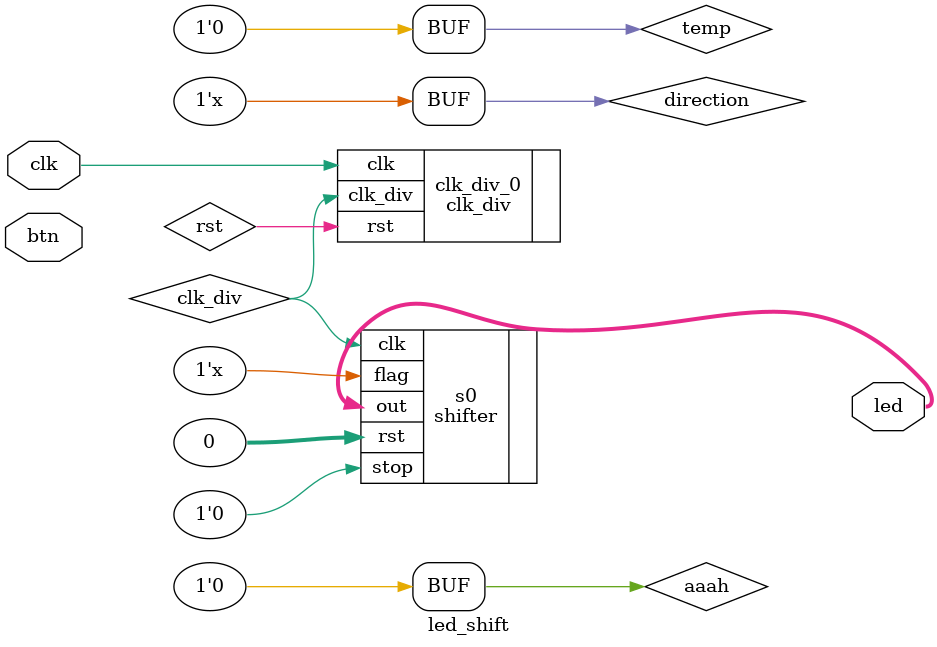
<source format=v>
module led_shift(
    input   clk   ,
    input   [3:0] btn   ,
    output [3:0] led
    );
    reg direction=0, temp=0, aaah=0;
    wire    clk_div ;
    
    shifter s0(
    .clk    (clk_div),
	.rst	(0),
    .flag   (direction),
    .out    (led),
    .stop   (aaah)
    );
    
    clk_div clk_div_0(
    .clk    (clk),
    .rst    (rst),
    .clk_div    (clk_div)
    );
    
    
    always @(btn)begin
        if(btn==4'b0010)begin
            direction=~direction;
        end
    end
endmodule

</source>
